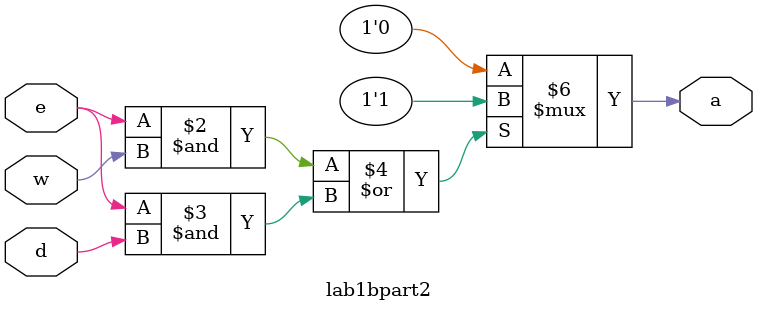
<source format=v>
module lab1bpart2(e, w, d, a);
input e, w, d;
output a;

reg a;
always @(*)
  if ((e & w) | (e & d)) 
    a = 1;
  else     
    a = 0;

endmodule 
</source>
